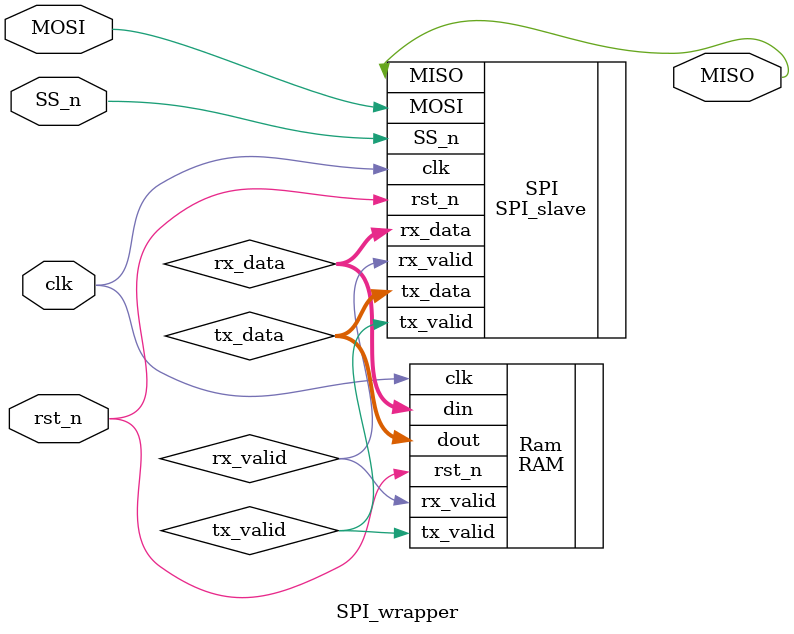
<source format=v>
module SPI_wrapper(
    input clk,
    input rst_n,
    input MOSI,
    input SS_n,
    output MISO
);

wire rx_valid, tx_valid;
wire [9:0] rx_data;
wire [7:0] tx_data;



// slave module instentiation
SPI_slave SPI (
    .clk(clk),
    .rst_n(rst_n),
    .tx_valid(tx_valid),
    .SS_n(SS_n),
    .tx_data(tx_data),
    .MOSI(MOSI),
    .rx_valid(rx_valid),
    .rx_data(rx_data),
    .MISO(MISO)
);

// RAM module instentiation
RAM #(.MEM_DEPTH(256), .ADDR_SIZE(8)) Ram (
    .clk(clk),
    .rst_n(rst_n),
    .rx_valid(rx_valid),
    .din(rx_data),
    .dout(tx_data),
    .tx_valid(tx_valid)
);    
endmodule
</source>
